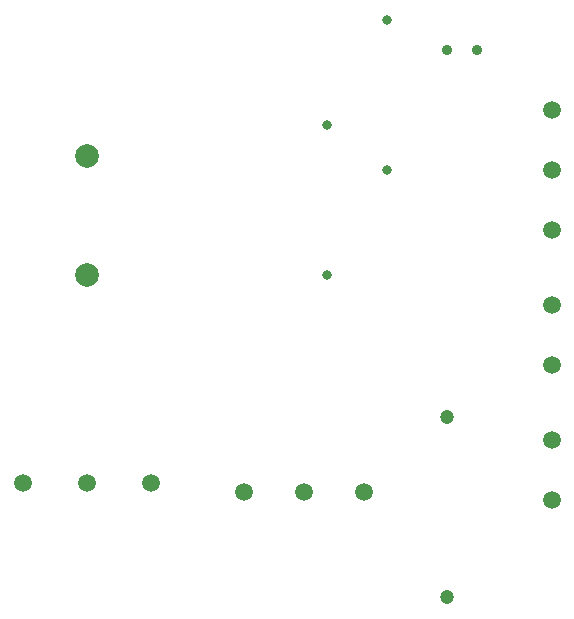
<source format=gbr>
%TF.GenerationSoftware,KiCad,Pcbnew,(6.0.9)*%
%TF.CreationDate,2022-12-04T21:38:47+11:00*%
%TF.ProjectId,Coilgun 1.3,436f696c-6775-46e2-9031-2e332e6b6963,1.3*%
%TF.SameCoordinates,Original*%
%TF.FileFunction,Plated,1,2,PTH,Drill*%
%TF.FilePolarity,Positive*%
%FSLAX46Y46*%
G04 Gerber Fmt 4.6, Leading zero omitted, Abs format (unit mm)*
G04 Created by KiCad (PCBNEW (6.0.9)) date 2022-12-04 21:38:47*
%MOMM*%
%LPD*%
G01*
G04 APERTURE LIST*
%TA.AperFunction,ComponentDrill*%
%ADD10C,0.800000*%
%TD*%
%TA.AperFunction,ComponentDrill*%
%ADD11C,0.900000*%
%TD*%
%TA.AperFunction,ComponentDrill*%
%ADD12C,1.200000*%
%TD*%
%TA.AperFunction,ComponentDrill*%
%ADD13C,1.500000*%
%TD*%
%TA.AperFunction,ComponentDrill*%
%ADD14C,1.520000*%
%TD*%
%TA.AperFunction,ComponentDrill*%
%ADD15C,2.000000*%
%TD*%
G04 APERTURE END LIST*
D10*
%TO.C,R1*%
X170815000Y-73660000D03*
X170815000Y-86360000D03*
%TO.C,R2*%
X175895000Y-64770000D03*
X175895000Y-77470000D03*
D11*
%TO.C,D1*%
X180975000Y-67310000D03*
X183515000Y-67310000D03*
D12*
%TO.C,D3*%
X180975000Y-98425000D03*
X180975000Y-113665000D03*
D13*
%TO.C,D2*%
X145045000Y-103960000D03*
X150495000Y-103960000D03*
X155945000Y-103960000D03*
D14*
%TO.C,J2*%
X163830000Y-104775000D03*
X168910000Y-104775000D03*
X173990000Y-104775000D03*
%TO.C,J1*%
X189865000Y-72390000D03*
X189865000Y-77470000D03*
X189865000Y-82550000D03*
%TO.C,J3*%
X189865000Y-88900000D03*
X189865000Y-93980000D03*
%TO.C,J4*%
X189865000Y-100330000D03*
X189865000Y-105410000D03*
D15*
%TO.C,C1*%
X150495000Y-76345499D03*
X150495000Y-86345499D03*
M02*

</source>
